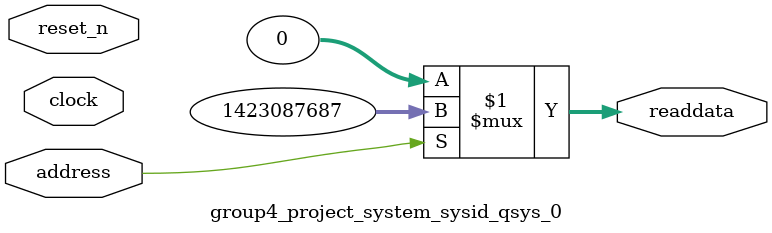
<source format=v>

`timescale 1ns / 1ps
// synthesis translate_on

// turn off superfluous verilog processor warnings 
// altera message_level Level1 
// altera message_off 10034 10035 10036 10037 10230 10240 10030 

module group4_project_system_sysid_qsys_0 (
               // inputs:
                address,
                clock,
                reset_n,

               // outputs:
                readdata
             )
;

  output  [ 31: 0] readdata;
  input            address;
  input            clock;
  input            reset_n;

  wire    [ 31: 0] readdata;
  //control_slave, which is an e_avalon_slave
  assign readdata = address ? 1423087687 : 0;

endmodule




</source>
